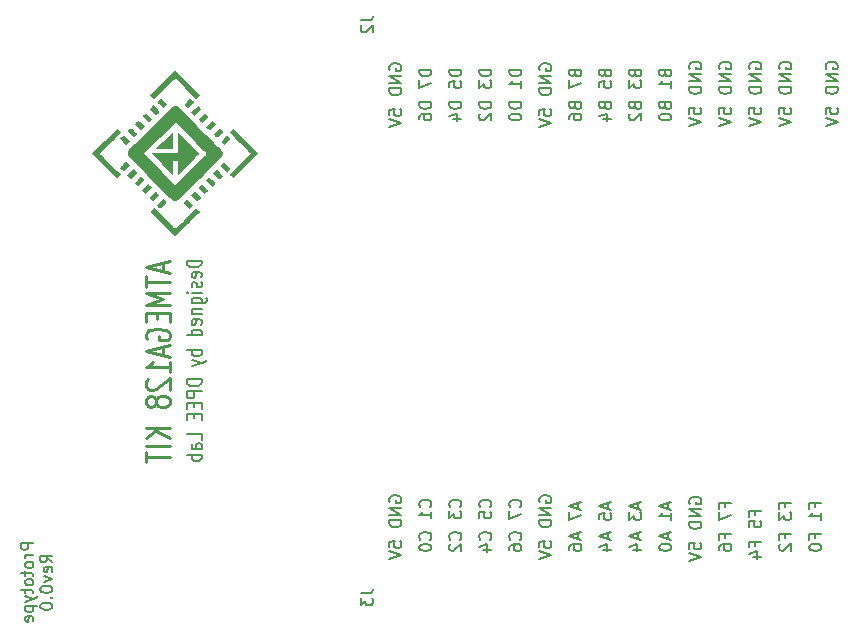
<source format=gbr>
%TF.GenerationSoftware,KiCad,Pcbnew,(6.0.5)*%
%TF.CreationDate,2022-06-14T16:15:44+07:00*%
%TF.ProjectId,atm128,61746d31-3238-42e6-9b69-6361645f7063,0.0*%
%TF.SameCoordinates,Original*%
%TF.FileFunction,Legend,Bot*%
%TF.FilePolarity,Positive*%
%FSLAX46Y46*%
G04 Gerber Fmt 4.6, Leading zero omitted, Abs format (unit mm)*
G04 Created by KiCad (PCBNEW (6.0.5)) date 2022-06-14 16:15:44*
%MOMM*%
%LPD*%
G01*
G04 APERTURE LIST*
%ADD10C,0.152400*%
%ADD11C,0.254000*%
%ADD12C,0.150000*%
G04 APERTURE END LIST*
D10*
X94439619Y-32796238D02*
X93423619Y-32796238D01*
X93423619Y-33038142D01*
X93472000Y-33183285D01*
X93568761Y-33280047D01*
X93665523Y-33328428D01*
X93859047Y-33376809D01*
X94004190Y-33376809D01*
X94197714Y-33328428D01*
X94294476Y-33280047D01*
X94391238Y-33183285D01*
X94439619Y-33038142D01*
X94439619Y-32796238D01*
X93423619Y-33715476D02*
X93423619Y-34344428D01*
X93810666Y-34005761D01*
X93810666Y-34150904D01*
X93859047Y-34247666D01*
X93907428Y-34296047D01*
X94004190Y-34344428D01*
X94246095Y-34344428D01*
X94342857Y-34296047D01*
X94391238Y-34247666D01*
X94439619Y-34150904D01*
X94439619Y-33860619D01*
X94391238Y-33763857D01*
X94342857Y-33715476D01*
X94439619Y-35553952D02*
X93423619Y-35553952D01*
X93423619Y-35795857D01*
X93472000Y-35941000D01*
X93568761Y-36037761D01*
X93665523Y-36086142D01*
X93859047Y-36134523D01*
X94004190Y-36134523D01*
X94197714Y-36086142D01*
X94294476Y-36037761D01*
X94391238Y-35941000D01*
X94439619Y-35795857D01*
X94439619Y-35553952D01*
X93520380Y-36521571D02*
X93472000Y-36569952D01*
X93423619Y-36666714D01*
X93423619Y-36908619D01*
X93472000Y-37005380D01*
X93520380Y-37053761D01*
X93617142Y-37102142D01*
X93713904Y-37102142D01*
X93859047Y-37053761D01*
X94439619Y-36473190D01*
X94439619Y-37102142D01*
X89359619Y-32796238D02*
X88343619Y-32796238D01*
X88343619Y-33038142D01*
X88392000Y-33183285D01*
X88488761Y-33280047D01*
X88585523Y-33328428D01*
X88779047Y-33376809D01*
X88924190Y-33376809D01*
X89117714Y-33328428D01*
X89214476Y-33280047D01*
X89311238Y-33183285D01*
X89359619Y-33038142D01*
X89359619Y-32796238D01*
X88343619Y-33715476D02*
X88343619Y-34392809D01*
X89359619Y-33957380D01*
X89359619Y-35553952D02*
X88343619Y-35553952D01*
X88343619Y-35795857D01*
X88392000Y-35941000D01*
X88488761Y-36037761D01*
X88585523Y-36086142D01*
X88779047Y-36134523D01*
X88924190Y-36134523D01*
X89117714Y-36086142D01*
X89214476Y-36037761D01*
X89311238Y-35941000D01*
X89359619Y-35795857D01*
X89359619Y-35553952D01*
X88343619Y-37005380D02*
X88343619Y-36811857D01*
X88392000Y-36715095D01*
X88440380Y-36666714D01*
X88585523Y-36569952D01*
X88779047Y-36521571D01*
X89166095Y-36521571D01*
X89262857Y-36569952D01*
X89311238Y-36618333D01*
X89359619Y-36715095D01*
X89359619Y-36908619D01*
X89311238Y-37005380D01*
X89262857Y-37053761D01*
X89166095Y-37102142D01*
X88924190Y-37102142D01*
X88827428Y-37053761D01*
X88779047Y-37005380D01*
X88730666Y-36908619D01*
X88730666Y-36715095D01*
X88779047Y-36618333D01*
X88827428Y-36569952D01*
X88924190Y-36521571D01*
X111252000Y-69547619D02*
X111203619Y-69450857D01*
X111203619Y-69305714D01*
X111252000Y-69160571D01*
X111348761Y-69063809D01*
X111445523Y-69015428D01*
X111639047Y-68967047D01*
X111784190Y-68967047D01*
X111977714Y-69015428D01*
X112074476Y-69063809D01*
X112171238Y-69160571D01*
X112219619Y-69305714D01*
X112219619Y-69402476D01*
X112171238Y-69547619D01*
X112122857Y-69596000D01*
X111784190Y-69596000D01*
X111784190Y-69402476D01*
X112219619Y-70031428D02*
X111203619Y-70031428D01*
X112219619Y-70612000D01*
X111203619Y-70612000D01*
X112219619Y-71095809D02*
X111203619Y-71095809D01*
X111203619Y-71337714D01*
X111252000Y-71482857D01*
X111348761Y-71579619D01*
X111445523Y-71628000D01*
X111639047Y-71676380D01*
X111784190Y-71676380D01*
X111977714Y-71628000D01*
X112074476Y-71579619D01*
X112171238Y-71482857D01*
X112219619Y-71337714D01*
X112219619Y-71095809D01*
X111203619Y-73369714D02*
X111203619Y-72885904D01*
X111687428Y-72837523D01*
X111639047Y-72885904D01*
X111590666Y-72982666D01*
X111590666Y-73224571D01*
X111639047Y-73321333D01*
X111687428Y-73369714D01*
X111784190Y-73418095D01*
X112026095Y-73418095D01*
X112122857Y-73369714D01*
X112171238Y-73321333D01*
X112219619Y-73224571D01*
X112219619Y-72982666D01*
X112171238Y-72885904D01*
X112122857Y-72837523D01*
X111203619Y-73708380D02*
X112219619Y-74047047D01*
X111203619Y-74385714D01*
X116332000Y-32717619D02*
X116283619Y-32620857D01*
X116283619Y-32475714D01*
X116332000Y-32330571D01*
X116428761Y-32233809D01*
X116525523Y-32185428D01*
X116719047Y-32137047D01*
X116864190Y-32137047D01*
X117057714Y-32185428D01*
X117154476Y-32233809D01*
X117251238Y-32330571D01*
X117299619Y-32475714D01*
X117299619Y-32572476D01*
X117251238Y-32717619D01*
X117202857Y-32766000D01*
X116864190Y-32766000D01*
X116864190Y-32572476D01*
X117299619Y-33201428D02*
X116283619Y-33201428D01*
X117299619Y-33782000D01*
X116283619Y-33782000D01*
X117299619Y-34265809D02*
X116283619Y-34265809D01*
X116283619Y-34507714D01*
X116332000Y-34652857D01*
X116428761Y-34749619D01*
X116525523Y-34798000D01*
X116719047Y-34846380D01*
X116864190Y-34846380D01*
X117057714Y-34798000D01*
X117154476Y-34749619D01*
X117251238Y-34652857D01*
X117299619Y-34507714D01*
X117299619Y-34265809D01*
X116283619Y-36539714D02*
X116283619Y-36055904D01*
X116767428Y-36007523D01*
X116719047Y-36055904D01*
X116670666Y-36152666D01*
X116670666Y-36394571D01*
X116719047Y-36491333D01*
X116767428Y-36539714D01*
X116864190Y-36588095D01*
X117106095Y-36588095D01*
X117202857Y-36539714D01*
X117251238Y-36491333D01*
X117299619Y-36394571D01*
X117299619Y-36152666D01*
X117251238Y-36055904D01*
X117202857Y-36007523D01*
X116283619Y-36878380D02*
X117299619Y-37217047D01*
X116283619Y-37555714D01*
X104067428Y-33134904D02*
X104115809Y-33280047D01*
X104164190Y-33328428D01*
X104260952Y-33376809D01*
X104406095Y-33376809D01*
X104502857Y-33328428D01*
X104551238Y-33280047D01*
X104599619Y-33183285D01*
X104599619Y-32796238D01*
X103583619Y-32796238D01*
X103583619Y-33134904D01*
X103632000Y-33231666D01*
X103680380Y-33280047D01*
X103777142Y-33328428D01*
X103873904Y-33328428D01*
X103970666Y-33280047D01*
X104019047Y-33231666D01*
X104067428Y-33134904D01*
X104067428Y-32796238D01*
X103583619Y-34296047D02*
X103583619Y-33812238D01*
X104067428Y-33763857D01*
X104019047Y-33812238D01*
X103970666Y-33909000D01*
X103970666Y-34150904D01*
X104019047Y-34247666D01*
X104067428Y-34296047D01*
X104164190Y-34344428D01*
X104406095Y-34344428D01*
X104502857Y-34296047D01*
X104551238Y-34247666D01*
X104599619Y-34150904D01*
X104599619Y-33909000D01*
X104551238Y-33812238D01*
X104502857Y-33763857D01*
X104067428Y-35892619D02*
X104115809Y-36037761D01*
X104164190Y-36086142D01*
X104260952Y-36134523D01*
X104406095Y-36134523D01*
X104502857Y-36086142D01*
X104551238Y-36037761D01*
X104599619Y-35941000D01*
X104599619Y-35553952D01*
X103583619Y-35553952D01*
X103583619Y-35892619D01*
X103632000Y-35989380D01*
X103680380Y-36037761D01*
X103777142Y-36086142D01*
X103873904Y-36086142D01*
X103970666Y-36037761D01*
X104019047Y-35989380D01*
X104067428Y-35892619D01*
X104067428Y-35553952D01*
X103922285Y-37005380D02*
X104599619Y-37005380D01*
X103535238Y-36763476D02*
X104260952Y-36521571D01*
X104260952Y-37150523D01*
D11*
X66632666Y-49149000D02*
X66632666Y-49874714D01*
X67213238Y-49003857D02*
X65181238Y-49511857D01*
X67213238Y-50019857D01*
X65181238Y-50310142D02*
X65181238Y-51181000D01*
X67213238Y-50745571D02*
X65181238Y-50745571D01*
X67213238Y-51689000D02*
X65181238Y-51689000D01*
X66632666Y-52197000D01*
X65181238Y-52705000D01*
X67213238Y-52705000D01*
X66148857Y-53430714D02*
X66148857Y-53938714D01*
X67213238Y-54156428D02*
X67213238Y-53430714D01*
X65181238Y-53430714D01*
X65181238Y-54156428D01*
X65278000Y-55607857D02*
X65181238Y-55462714D01*
X65181238Y-55245000D01*
X65278000Y-55027285D01*
X65471523Y-54882142D01*
X65665047Y-54809571D01*
X66052095Y-54737000D01*
X66342380Y-54737000D01*
X66729428Y-54809571D01*
X66922952Y-54882142D01*
X67116476Y-55027285D01*
X67213238Y-55245000D01*
X67213238Y-55390142D01*
X67116476Y-55607857D01*
X67019714Y-55680428D01*
X66342380Y-55680428D01*
X66342380Y-55390142D01*
X66632666Y-56261000D02*
X66632666Y-56986714D01*
X67213238Y-56115857D02*
X65181238Y-56623857D01*
X67213238Y-57131857D01*
X67213238Y-58438142D02*
X67213238Y-57567285D01*
X67213238Y-58002714D02*
X65181238Y-58002714D01*
X65471523Y-57857571D01*
X65665047Y-57712428D01*
X65761809Y-57567285D01*
X65374761Y-59018714D02*
X65278000Y-59091285D01*
X65181238Y-59236428D01*
X65181238Y-59599285D01*
X65278000Y-59744428D01*
X65374761Y-59817000D01*
X65568285Y-59889571D01*
X65761809Y-59889571D01*
X66052095Y-59817000D01*
X67213238Y-58946142D01*
X67213238Y-59889571D01*
X66052095Y-60760428D02*
X65955333Y-60615285D01*
X65858571Y-60542714D01*
X65665047Y-60470142D01*
X65568285Y-60470142D01*
X65374761Y-60542714D01*
X65278000Y-60615285D01*
X65181238Y-60760428D01*
X65181238Y-61050714D01*
X65278000Y-61195857D01*
X65374761Y-61268428D01*
X65568285Y-61341000D01*
X65665047Y-61341000D01*
X65858571Y-61268428D01*
X65955333Y-61195857D01*
X66052095Y-61050714D01*
X66052095Y-60760428D01*
X66148857Y-60615285D01*
X66245619Y-60542714D01*
X66439142Y-60470142D01*
X66826190Y-60470142D01*
X67019714Y-60542714D01*
X67116476Y-60615285D01*
X67213238Y-60760428D01*
X67213238Y-61050714D01*
X67116476Y-61195857D01*
X67019714Y-61268428D01*
X66826190Y-61341000D01*
X66439142Y-61341000D01*
X66245619Y-61268428D01*
X66148857Y-61195857D01*
X66052095Y-61050714D01*
X67213238Y-63155285D02*
X65181238Y-63155285D01*
X67213238Y-64026142D02*
X66052095Y-63373000D01*
X65181238Y-64026142D02*
X66342380Y-63155285D01*
X67213238Y-64679285D02*
X65181238Y-64679285D01*
X65181238Y-65187285D02*
X65181238Y-66058142D01*
X67213238Y-65622714D02*
X65181238Y-65622714D01*
D10*
X96979619Y-32796238D02*
X95963619Y-32796238D01*
X95963619Y-33038142D01*
X96012000Y-33183285D01*
X96108761Y-33280047D01*
X96205523Y-33328428D01*
X96399047Y-33376809D01*
X96544190Y-33376809D01*
X96737714Y-33328428D01*
X96834476Y-33280047D01*
X96931238Y-33183285D01*
X96979619Y-33038142D01*
X96979619Y-32796238D01*
X96979619Y-34344428D02*
X96979619Y-33763857D01*
X96979619Y-34054142D02*
X95963619Y-34054142D01*
X96108761Y-33957380D01*
X96205523Y-33860619D01*
X96253904Y-33763857D01*
X96979619Y-35553952D02*
X95963619Y-35553952D01*
X95963619Y-35795857D01*
X96012000Y-35941000D01*
X96108761Y-36037761D01*
X96205523Y-36086142D01*
X96399047Y-36134523D01*
X96544190Y-36134523D01*
X96737714Y-36086142D01*
X96834476Y-36037761D01*
X96931238Y-35941000D01*
X96979619Y-35795857D01*
X96979619Y-35553952D01*
X95963619Y-36763476D02*
X95963619Y-36860238D01*
X96012000Y-36957000D01*
X96060380Y-37005380D01*
X96157142Y-37053761D01*
X96350666Y-37102142D01*
X96592571Y-37102142D01*
X96786095Y-37053761D01*
X96882857Y-37005380D01*
X96931238Y-36957000D01*
X96979619Y-36860238D01*
X96979619Y-36763476D01*
X96931238Y-36666714D01*
X96882857Y-36618333D01*
X96786095Y-36569952D01*
X96592571Y-36521571D01*
X96350666Y-36521571D01*
X96157142Y-36569952D01*
X96060380Y-36618333D01*
X96012000Y-36666714D01*
X95963619Y-36763476D01*
X98552000Y-32844619D02*
X98503619Y-32747857D01*
X98503619Y-32602714D01*
X98552000Y-32457571D01*
X98648761Y-32360809D01*
X98745523Y-32312428D01*
X98939047Y-32264047D01*
X99084190Y-32264047D01*
X99277714Y-32312428D01*
X99374476Y-32360809D01*
X99471238Y-32457571D01*
X99519619Y-32602714D01*
X99519619Y-32699476D01*
X99471238Y-32844619D01*
X99422857Y-32893000D01*
X99084190Y-32893000D01*
X99084190Y-32699476D01*
X99519619Y-33328428D02*
X98503619Y-33328428D01*
X99519619Y-33909000D01*
X98503619Y-33909000D01*
X99519619Y-34392809D02*
X98503619Y-34392809D01*
X98503619Y-34634714D01*
X98552000Y-34779857D01*
X98648761Y-34876619D01*
X98745523Y-34925000D01*
X98939047Y-34973380D01*
X99084190Y-34973380D01*
X99277714Y-34925000D01*
X99374476Y-34876619D01*
X99471238Y-34779857D01*
X99519619Y-34634714D01*
X99519619Y-34392809D01*
X98503619Y-36666714D02*
X98503619Y-36182904D01*
X98987428Y-36134523D01*
X98939047Y-36182904D01*
X98890666Y-36279666D01*
X98890666Y-36521571D01*
X98939047Y-36618333D01*
X98987428Y-36666714D01*
X99084190Y-36715095D01*
X99326095Y-36715095D01*
X99422857Y-36666714D01*
X99471238Y-36618333D01*
X99519619Y-36521571D01*
X99519619Y-36279666D01*
X99471238Y-36182904D01*
X99422857Y-36134523D01*
X98503619Y-37005380D02*
X99519619Y-37344047D01*
X98503619Y-37682714D01*
X122809000Y-32717619D02*
X122760619Y-32620857D01*
X122760619Y-32475714D01*
X122809000Y-32330571D01*
X122905761Y-32233809D01*
X123002523Y-32185428D01*
X123196047Y-32137047D01*
X123341190Y-32137047D01*
X123534714Y-32185428D01*
X123631476Y-32233809D01*
X123728238Y-32330571D01*
X123776619Y-32475714D01*
X123776619Y-32572476D01*
X123728238Y-32717619D01*
X123679857Y-32766000D01*
X123341190Y-32766000D01*
X123341190Y-32572476D01*
X123776619Y-33201428D02*
X122760619Y-33201428D01*
X123776619Y-33782000D01*
X122760619Y-33782000D01*
X123776619Y-34265809D02*
X122760619Y-34265809D01*
X122760619Y-34507714D01*
X122809000Y-34652857D01*
X122905761Y-34749619D01*
X123002523Y-34798000D01*
X123196047Y-34846380D01*
X123341190Y-34846380D01*
X123534714Y-34798000D01*
X123631476Y-34749619D01*
X123728238Y-34652857D01*
X123776619Y-34507714D01*
X123776619Y-34265809D01*
X122760619Y-36539714D02*
X122760619Y-36055904D01*
X123244428Y-36007523D01*
X123196047Y-36055904D01*
X123147666Y-36152666D01*
X123147666Y-36394571D01*
X123196047Y-36491333D01*
X123244428Y-36539714D01*
X123341190Y-36588095D01*
X123583095Y-36588095D01*
X123679857Y-36539714D01*
X123728238Y-36491333D01*
X123776619Y-36394571D01*
X123776619Y-36152666D01*
X123728238Y-36055904D01*
X123679857Y-36007523D01*
X122760619Y-36878380D02*
X123776619Y-37217047D01*
X122760619Y-37555714D01*
D12*
X83399380Y-28622666D02*
X84113666Y-28622666D01*
X84256523Y-28575047D01*
X84351761Y-28479809D01*
X84399380Y-28336952D01*
X84399380Y-28241714D01*
X83494619Y-29051238D02*
X83447000Y-29098857D01*
X83399380Y-29194095D01*
X83399380Y-29432190D01*
X83447000Y-29527428D01*
X83494619Y-29575047D01*
X83589857Y-29622666D01*
X83685095Y-29622666D01*
X83827952Y-29575047D01*
X84399380Y-29003619D01*
X84399380Y-29622666D01*
D10*
X111252000Y-32717619D02*
X111203619Y-32620857D01*
X111203619Y-32475714D01*
X111252000Y-32330571D01*
X111348761Y-32233809D01*
X111445523Y-32185428D01*
X111639047Y-32137047D01*
X111784190Y-32137047D01*
X111977714Y-32185428D01*
X112074476Y-32233809D01*
X112171238Y-32330571D01*
X112219619Y-32475714D01*
X112219619Y-32572476D01*
X112171238Y-32717619D01*
X112122857Y-32766000D01*
X111784190Y-32766000D01*
X111784190Y-32572476D01*
X112219619Y-33201428D02*
X111203619Y-33201428D01*
X112219619Y-33782000D01*
X111203619Y-33782000D01*
X112219619Y-34265809D02*
X111203619Y-34265809D01*
X111203619Y-34507714D01*
X111252000Y-34652857D01*
X111348761Y-34749619D01*
X111445523Y-34798000D01*
X111639047Y-34846380D01*
X111784190Y-34846380D01*
X111977714Y-34798000D01*
X112074476Y-34749619D01*
X112171238Y-34652857D01*
X112219619Y-34507714D01*
X112219619Y-34265809D01*
X111203619Y-36539714D02*
X111203619Y-36055904D01*
X111687428Y-36007523D01*
X111639047Y-36055904D01*
X111590666Y-36152666D01*
X111590666Y-36394571D01*
X111639047Y-36491333D01*
X111687428Y-36539714D01*
X111784190Y-36588095D01*
X112026095Y-36588095D01*
X112122857Y-36539714D01*
X112171238Y-36491333D01*
X112219619Y-36394571D01*
X112219619Y-36152666D01*
X112171238Y-36055904D01*
X112122857Y-36007523D01*
X111203619Y-36878380D02*
X112219619Y-37217047D01*
X111203619Y-37555714D01*
X101527428Y-33134904D02*
X101575809Y-33280047D01*
X101624190Y-33328428D01*
X101720952Y-33376809D01*
X101866095Y-33376809D01*
X101962857Y-33328428D01*
X102011238Y-33280047D01*
X102059619Y-33183285D01*
X102059619Y-32796238D01*
X101043619Y-32796238D01*
X101043619Y-33134904D01*
X101092000Y-33231666D01*
X101140380Y-33280047D01*
X101237142Y-33328428D01*
X101333904Y-33328428D01*
X101430666Y-33280047D01*
X101479047Y-33231666D01*
X101527428Y-33134904D01*
X101527428Y-32796238D01*
X101043619Y-33715476D02*
X101043619Y-34392809D01*
X102059619Y-33957380D01*
X101527428Y-35892619D02*
X101575809Y-36037761D01*
X101624190Y-36086142D01*
X101720952Y-36134523D01*
X101866095Y-36134523D01*
X101962857Y-36086142D01*
X102011238Y-36037761D01*
X102059619Y-35941000D01*
X102059619Y-35553952D01*
X101043619Y-35553952D01*
X101043619Y-35892619D01*
X101092000Y-35989380D01*
X101140380Y-36037761D01*
X101237142Y-36086142D01*
X101333904Y-36086142D01*
X101430666Y-36037761D01*
X101479047Y-35989380D01*
X101527428Y-35892619D01*
X101527428Y-35553952D01*
X101043619Y-37005380D02*
X101043619Y-36811857D01*
X101092000Y-36715095D01*
X101140380Y-36666714D01*
X101285523Y-36569952D01*
X101479047Y-36521571D01*
X101866095Y-36521571D01*
X101962857Y-36569952D01*
X102011238Y-36618333D01*
X102059619Y-36715095D01*
X102059619Y-36908619D01*
X102011238Y-37005380D01*
X101962857Y-37053761D01*
X101866095Y-37102142D01*
X101624190Y-37102142D01*
X101527428Y-37053761D01*
X101479047Y-37005380D01*
X101430666Y-36908619D01*
X101430666Y-36715095D01*
X101479047Y-36618333D01*
X101527428Y-36569952D01*
X101624190Y-36521571D01*
X85852000Y-69420619D02*
X85803619Y-69323857D01*
X85803619Y-69178714D01*
X85852000Y-69033571D01*
X85948761Y-68936809D01*
X86045523Y-68888428D01*
X86239047Y-68840047D01*
X86384190Y-68840047D01*
X86577714Y-68888428D01*
X86674476Y-68936809D01*
X86771238Y-69033571D01*
X86819619Y-69178714D01*
X86819619Y-69275476D01*
X86771238Y-69420619D01*
X86722857Y-69469000D01*
X86384190Y-69469000D01*
X86384190Y-69275476D01*
X86819619Y-69904428D02*
X85803619Y-69904428D01*
X86819619Y-70485000D01*
X85803619Y-70485000D01*
X86819619Y-70968809D02*
X85803619Y-70968809D01*
X85803619Y-71210714D01*
X85852000Y-71355857D01*
X85948761Y-71452619D01*
X86045523Y-71501000D01*
X86239047Y-71549380D01*
X86384190Y-71549380D01*
X86577714Y-71501000D01*
X86674476Y-71452619D01*
X86771238Y-71355857D01*
X86819619Y-71210714D01*
X86819619Y-70968809D01*
X85803619Y-73242714D02*
X85803619Y-72758904D01*
X86287428Y-72710523D01*
X86239047Y-72758904D01*
X86190666Y-72855666D01*
X86190666Y-73097571D01*
X86239047Y-73194333D01*
X86287428Y-73242714D01*
X86384190Y-73291095D01*
X86626095Y-73291095D01*
X86722857Y-73242714D01*
X86771238Y-73194333D01*
X86819619Y-73097571D01*
X86819619Y-72855666D01*
X86771238Y-72758904D01*
X86722857Y-72710523D01*
X85803619Y-73581380D02*
X86819619Y-73920047D01*
X85803619Y-74258714D01*
X69916523Y-48961523D02*
X68646523Y-48961523D01*
X68646523Y-49203428D01*
X68707000Y-49348571D01*
X68827952Y-49445333D01*
X68948904Y-49493714D01*
X69190809Y-49542095D01*
X69372238Y-49542095D01*
X69614142Y-49493714D01*
X69735095Y-49445333D01*
X69856047Y-49348571D01*
X69916523Y-49203428D01*
X69916523Y-48961523D01*
X69856047Y-50364571D02*
X69916523Y-50267809D01*
X69916523Y-50074285D01*
X69856047Y-49977523D01*
X69735095Y-49929142D01*
X69251285Y-49929142D01*
X69130333Y-49977523D01*
X69069857Y-50074285D01*
X69069857Y-50267809D01*
X69130333Y-50364571D01*
X69251285Y-50412952D01*
X69372238Y-50412952D01*
X69493190Y-49929142D01*
X69856047Y-50800000D02*
X69916523Y-50896761D01*
X69916523Y-51090285D01*
X69856047Y-51187047D01*
X69735095Y-51235428D01*
X69674619Y-51235428D01*
X69553666Y-51187047D01*
X69493190Y-51090285D01*
X69493190Y-50945142D01*
X69432714Y-50848380D01*
X69311761Y-50800000D01*
X69251285Y-50800000D01*
X69130333Y-50848380D01*
X69069857Y-50945142D01*
X69069857Y-51090285D01*
X69130333Y-51187047D01*
X69916523Y-51670857D02*
X69069857Y-51670857D01*
X68646523Y-51670857D02*
X68707000Y-51622476D01*
X68767476Y-51670857D01*
X68707000Y-51719238D01*
X68646523Y-51670857D01*
X68767476Y-51670857D01*
X69069857Y-52590095D02*
X70097952Y-52590095D01*
X70218904Y-52541714D01*
X70279380Y-52493333D01*
X70339857Y-52396571D01*
X70339857Y-52251428D01*
X70279380Y-52154666D01*
X69856047Y-52590095D02*
X69916523Y-52493333D01*
X69916523Y-52299809D01*
X69856047Y-52203047D01*
X69795571Y-52154666D01*
X69674619Y-52106285D01*
X69311761Y-52106285D01*
X69190809Y-52154666D01*
X69130333Y-52203047D01*
X69069857Y-52299809D01*
X69069857Y-52493333D01*
X69130333Y-52590095D01*
X69069857Y-53073904D02*
X69916523Y-53073904D01*
X69190809Y-53073904D02*
X69130333Y-53122285D01*
X69069857Y-53219047D01*
X69069857Y-53364190D01*
X69130333Y-53460952D01*
X69251285Y-53509333D01*
X69916523Y-53509333D01*
X69856047Y-54380190D02*
X69916523Y-54283428D01*
X69916523Y-54089904D01*
X69856047Y-53993142D01*
X69735095Y-53944761D01*
X69251285Y-53944761D01*
X69130333Y-53993142D01*
X69069857Y-54089904D01*
X69069857Y-54283428D01*
X69130333Y-54380190D01*
X69251285Y-54428571D01*
X69372238Y-54428571D01*
X69493190Y-53944761D01*
X69916523Y-55299428D02*
X68646523Y-55299428D01*
X69856047Y-55299428D02*
X69916523Y-55202666D01*
X69916523Y-55009142D01*
X69856047Y-54912380D01*
X69795571Y-54864000D01*
X69674619Y-54815619D01*
X69311761Y-54815619D01*
X69190809Y-54864000D01*
X69130333Y-54912380D01*
X69069857Y-55009142D01*
X69069857Y-55202666D01*
X69130333Y-55299428D01*
X69916523Y-56557333D02*
X68646523Y-56557333D01*
X69130333Y-56557333D02*
X69069857Y-56654095D01*
X69069857Y-56847619D01*
X69130333Y-56944380D01*
X69190809Y-56992761D01*
X69311761Y-57041142D01*
X69674619Y-57041142D01*
X69795571Y-56992761D01*
X69856047Y-56944380D01*
X69916523Y-56847619D01*
X69916523Y-56654095D01*
X69856047Y-56557333D01*
X69069857Y-57379809D02*
X69916523Y-57621714D01*
X69069857Y-57863619D02*
X69916523Y-57621714D01*
X70218904Y-57524952D01*
X70279380Y-57476571D01*
X70339857Y-57379809D01*
X69916523Y-59024761D02*
X68646523Y-59024761D01*
X68646523Y-59266666D01*
X68707000Y-59411809D01*
X68827952Y-59508571D01*
X68948904Y-59556952D01*
X69190809Y-59605333D01*
X69372238Y-59605333D01*
X69614142Y-59556952D01*
X69735095Y-59508571D01*
X69856047Y-59411809D01*
X69916523Y-59266666D01*
X69916523Y-59024761D01*
X69916523Y-60040761D02*
X68646523Y-60040761D01*
X68646523Y-60427809D01*
X68707000Y-60524571D01*
X68767476Y-60572952D01*
X68888428Y-60621333D01*
X69069857Y-60621333D01*
X69190809Y-60572952D01*
X69251285Y-60524571D01*
X69311761Y-60427809D01*
X69311761Y-60040761D01*
X69251285Y-61056761D02*
X69251285Y-61395428D01*
X69916523Y-61540571D02*
X69916523Y-61056761D01*
X68646523Y-61056761D01*
X68646523Y-61540571D01*
X69251285Y-61976000D02*
X69251285Y-62314666D01*
X69916523Y-62459809D02*
X69916523Y-61976000D01*
X68646523Y-61976000D01*
X68646523Y-62459809D01*
X69916523Y-64153142D02*
X69916523Y-63669333D01*
X68646523Y-63669333D01*
X69916523Y-64927238D02*
X69251285Y-64927238D01*
X69130333Y-64878857D01*
X69069857Y-64782095D01*
X69069857Y-64588571D01*
X69130333Y-64491809D01*
X69856047Y-64927238D02*
X69916523Y-64830476D01*
X69916523Y-64588571D01*
X69856047Y-64491809D01*
X69735095Y-64443428D01*
X69614142Y-64443428D01*
X69493190Y-64491809D01*
X69432714Y-64588571D01*
X69432714Y-64830476D01*
X69372238Y-64927238D01*
X69916523Y-65411047D02*
X68646523Y-65411047D01*
X69130333Y-65411047D02*
X69069857Y-65507809D01*
X69069857Y-65701333D01*
X69130333Y-65798095D01*
X69190809Y-65846476D01*
X69311761Y-65894857D01*
X69674619Y-65894857D01*
X69795571Y-65846476D01*
X69856047Y-65798095D01*
X69916523Y-65701333D01*
X69916523Y-65507809D01*
X69856047Y-65411047D01*
X116767428Y-70491047D02*
X116767428Y-70152380D01*
X117299619Y-70152380D02*
X116283619Y-70152380D01*
X116283619Y-70636190D01*
X116283619Y-71507047D02*
X116283619Y-71023238D01*
X116767428Y-70974857D01*
X116719047Y-71023238D01*
X116670666Y-71120000D01*
X116670666Y-71361904D01*
X116719047Y-71458666D01*
X116767428Y-71507047D01*
X116864190Y-71555428D01*
X117106095Y-71555428D01*
X117202857Y-71507047D01*
X117251238Y-71458666D01*
X117299619Y-71361904D01*
X117299619Y-71120000D01*
X117251238Y-71023238D01*
X117202857Y-70974857D01*
X116767428Y-73103619D02*
X116767428Y-72764952D01*
X117299619Y-72764952D02*
X116283619Y-72764952D01*
X116283619Y-73248761D01*
X116622285Y-74071238D02*
X117299619Y-74071238D01*
X116235238Y-73829333D02*
X116960952Y-73587428D01*
X116960952Y-74216380D01*
X96882857Y-69825809D02*
X96931238Y-69777428D01*
X96979619Y-69632285D01*
X96979619Y-69535523D01*
X96931238Y-69390380D01*
X96834476Y-69293619D01*
X96737714Y-69245238D01*
X96544190Y-69196857D01*
X96399047Y-69196857D01*
X96205523Y-69245238D01*
X96108761Y-69293619D01*
X96012000Y-69390380D01*
X95963619Y-69535523D01*
X95963619Y-69632285D01*
X96012000Y-69777428D01*
X96060380Y-69825809D01*
X95963619Y-70164476D02*
X95963619Y-70841809D01*
X96979619Y-70406380D01*
X96882857Y-72583523D02*
X96931238Y-72535142D01*
X96979619Y-72390000D01*
X96979619Y-72293238D01*
X96931238Y-72148095D01*
X96834476Y-72051333D01*
X96737714Y-72002952D01*
X96544190Y-71954571D01*
X96399047Y-71954571D01*
X96205523Y-72002952D01*
X96108761Y-72051333D01*
X96012000Y-72148095D01*
X95963619Y-72293238D01*
X95963619Y-72390000D01*
X96012000Y-72535142D01*
X96060380Y-72583523D01*
X95963619Y-73454380D02*
X95963619Y-73260857D01*
X96012000Y-73164095D01*
X96060380Y-73115714D01*
X96205523Y-73018952D01*
X96399047Y-72970571D01*
X96786095Y-72970571D01*
X96882857Y-73018952D01*
X96931238Y-73067333D01*
X96979619Y-73164095D01*
X96979619Y-73357619D01*
X96931238Y-73454380D01*
X96882857Y-73502761D01*
X96786095Y-73551142D01*
X96544190Y-73551142D01*
X96447428Y-73502761D01*
X96399047Y-73454380D01*
X96350666Y-73357619D01*
X96350666Y-73164095D01*
X96399047Y-73067333D01*
X96447428Y-73018952D01*
X96544190Y-72970571D01*
X121847428Y-69856047D02*
X121847428Y-69517380D01*
X122379619Y-69517380D02*
X121363619Y-69517380D01*
X121363619Y-70001190D01*
X122379619Y-70920428D02*
X122379619Y-70339857D01*
X122379619Y-70630142D02*
X121363619Y-70630142D01*
X121508761Y-70533380D01*
X121605523Y-70436619D01*
X121653904Y-70339857D01*
X121847428Y-72468619D02*
X121847428Y-72129952D01*
X122379619Y-72129952D02*
X121363619Y-72129952D01*
X121363619Y-72613761D01*
X121363619Y-73194333D02*
X121363619Y-73291095D01*
X121412000Y-73387857D01*
X121460380Y-73436238D01*
X121557142Y-73484619D01*
X121750666Y-73533000D01*
X121992571Y-73533000D01*
X122186095Y-73484619D01*
X122282857Y-73436238D01*
X122331238Y-73387857D01*
X122379619Y-73291095D01*
X122379619Y-73194333D01*
X122331238Y-73097571D01*
X122282857Y-73049190D01*
X122186095Y-73000809D01*
X121992571Y-72952428D01*
X121750666Y-72952428D01*
X121557142Y-73000809D01*
X121460380Y-73049190D01*
X121412000Y-73097571D01*
X121363619Y-73194333D01*
X106607428Y-33134904D02*
X106655809Y-33280047D01*
X106704190Y-33328428D01*
X106800952Y-33376809D01*
X106946095Y-33376809D01*
X107042857Y-33328428D01*
X107091238Y-33280047D01*
X107139619Y-33183285D01*
X107139619Y-32796238D01*
X106123619Y-32796238D01*
X106123619Y-33134904D01*
X106172000Y-33231666D01*
X106220380Y-33280047D01*
X106317142Y-33328428D01*
X106413904Y-33328428D01*
X106510666Y-33280047D01*
X106559047Y-33231666D01*
X106607428Y-33134904D01*
X106607428Y-32796238D01*
X106123619Y-33715476D02*
X106123619Y-34344428D01*
X106510666Y-34005761D01*
X106510666Y-34150904D01*
X106559047Y-34247666D01*
X106607428Y-34296047D01*
X106704190Y-34344428D01*
X106946095Y-34344428D01*
X107042857Y-34296047D01*
X107091238Y-34247666D01*
X107139619Y-34150904D01*
X107139619Y-33860619D01*
X107091238Y-33763857D01*
X107042857Y-33715476D01*
X106607428Y-35892619D02*
X106655809Y-36037761D01*
X106704190Y-36086142D01*
X106800952Y-36134523D01*
X106946095Y-36134523D01*
X107042857Y-36086142D01*
X107091238Y-36037761D01*
X107139619Y-35941000D01*
X107139619Y-35553952D01*
X106123619Y-35553952D01*
X106123619Y-35892619D01*
X106172000Y-35989380D01*
X106220380Y-36037761D01*
X106317142Y-36086142D01*
X106413904Y-36086142D01*
X106510666Y-36037761D01*
X106559047Y-35989380D01*
X106607428Y-35892619D01*
X106607428Y-35553952D01*
X106220380Y-36521571D02*
X106172000Y-36569952D01*
X106123619Y-36666714D01*
X106123619Y-36908619D01*
X106172000Y-37005380D01*
X106220380Y-37053761D01*
X106317142Y-37102142D01*
X106413904Y-37102142D01*
X106559047Y-37053761D01*
X107139619Y-36473190D01*
X107139619Y-37102142D01*
D12*
X55654380Y-72890476D02*
X54654380Y-72890476D01*
X54654380Y-73271428D01*
X54702000Y-73366666D01*
X54749619Y-73414285D01*
X54844857Y-73461904D01*
X54987714Y-73461904D01*
X55082952Y-73414285D01*
X55130571Y-73366666D01*
X55178190Y-73271428D01*
X55178190Y-72890476D01*
X55654380Y-73890476D02*
X54987714Y-73890476D01*
X55178190Y-73890476D02*
X55082952Y-73938095D01*
X55035333Y-73985714D01*
X54987714Y-74080952D01*
X54987714Y-74176190D01*
X55654380Y-74652380D02*
X55606761Y-74557142D01*
X55559142Y-74509523D01*
X55463904Y-74461904D01*
X55178190Y-74461904D01*
X55082952Y-74509523D01*
X55035333Y-74557142D01*
X54987714Y-74652380D01*
X54987714Y-74795238D01*
X55035333Y-74890476D01*
X55082952Y-74938095D01*
X55178190Y-74985714D01*
X55463904Y-74985714D01*
X55559142Y-74938095D01*
X55606761Y-74890476D01*
X55654380Y-74795238D01*
X55654380Y-74652380D01*
X54987714Y-75271428D02*
X54987714Y-75652380D01*
X54654380Y-75414285D02*
X55511523Y-75414285D01*
X55606761Y-75461904D01*
X55654380Y-75557142D01*
X55654380Y-75652380D01*
X55654380Y-76128571D02*
X55606761Y-76033333D01*
X55559142Y-75985714D01*
X55463904Y-75938095D01*
X55178190Y-75938095D01*
X55082952Y-75985714D01*
X55035333Y-76033333D01*
X54987714Y-76128571D01*
X54987714Y-76271428D01*
X55035333Y-76366666D01*
X55082952Y-76414285D01*
X55178190Y-76461904D01*
X55463904Y-76461904D01*
X55559142Y-76414285D01*
X55606761Y-76366666D01*
X55654380Y-76271428D01*
X55654380Y-76128571D01*
X54987714Y-76747619D02*
X54987714Y-77128571D01*
X54654380Y-76890476D02*
X55511523Y-76890476D01*
X55606761Y-76938095D01*
X55654380Y-77033333D01*
X55654380Y-77128571D01*
X54987714Y-77366666D02*
X55654380Y-77604761D01*
X54987714Y-77842857D02*
X55654380Y-77604761D01*
X55892476Y-77509523D01*
X55940095Y-77461904D01*
X55987714Y-77366666D01*
X54987714Y-78223809D02*
X55987714Y-78223809D01*
X55035333Y-78223809D02*
X54987714Y-78319047D01*
X54987714Y-78509523D01*
X55035333Y-78604761D01*
X55082952Y-78652380D01*
X55178190Y-78700000D01*
X55463904Y-78700000D01*
X55559142Y-78652380D01*
X55606761Y-78604761D01*
X55654380Y-78509523D01*
X55654380Y-78319047D01*
X55606761Y-78223809D01*
X55606761Y-79509523D02*
X55654380Y-79414285D01*
X55654380Y-79223809D01*
X55606761Y-79128571D01*
X55511523Y-79080952D01*
X55130571Y-79080952D01*
X55035333Y-79128571D01*
X54987714Y-79223809D01*
X54987714Y-79414285D01*
X55035333Y-79509523D01*
X55130571Y-79557142D01*
X55225809Y-79557142D01*
X55321047Y-79080952D01*
X57264380Y-74509523D02*
X56788190Y-74176190D01*
X57264380Y-73938095D02*
X56264380Y-73938095D01*
X56264380Y-74319047D01*
X56312000Y-74414285D01*
X56359619Y-74461904D01*
X56454857Y-74509523D01*
X56597714Y-74509523D01*
X56692952Y-74461904D01*
X56740571Y-74414285D01*
X56788190Y-74319047D01*
X56788190Y-73938095D01*
X57216761Y-75319047D02*
X57264380Y-75223809D01*
X57264380Y-75033333D01*
X57216761Y-74938095D01*
X57121523Y-74890476D01*
X56740571Y-74890476D01*
X56645333Y-74938095D01*
X56597714Y-75033333D01*
X56597714Y-75223809D01*
X56645333Y-75319047D01*
X56740571Y-75366666D01*
X56835809Y-75366666D01*
X56931047Y-74890476D01*
X56597714Y-75700000D02*
X57264380Y-75938095D01*
X56597714Y-76176190D01*
X56264380Y-76747619D02*
X56264380Y-76842857D01*
X56312000Y-76938095D01*
X56359619Y-76985714D01*
X56454857Y-77033333D01*
X56645333Y-77080952D01*
X56883428Y-77080952D01*
X57073904Y-77033333D01*
X57169142Y-76985714D01*
X57216761Y-76938095D01*
X57264380Y-76842857D01*
X57264380Y-76747619D01*
X57216761Y-76652380D01*
X57169142Y-76604761D01*
X57073904Y-76557142D01*
X56883428Y-76509523D01*
X56645333Y-76509523D01*
X56454857Y-76557142D01*
X56359619Y-76604761D01*
X56312000Y-76652380D01*
X56264380Y-76747619D01*
X57169142Y-77509523D02*
X57216761Y-77557142D01*
X57264380Y-77509523D01*
X57216761Y-77461904D01*
X57169142Y-77509523D01*
X57264380Y-77509523D01*
X56264380Y-78176190D02*
X56264380Y-78271428D01*
X56312000Y-78366666D01*
X56359619Y-78414285D01*
X56454857Y-78461904D01*
X56645333Y-78509523D01*
X56883428Y-78509523D01*
X57073904Y-78461904D01*
X57169142Y-78414285D01*
X57216761Y-78366666D01*
X57264380Y-78271428D01*
X57264380Y-78176190D01*
X57216761Y-78080952D01*
X57169142Y-78033333D01*
X57073904Y-77985714D01*
X56883428Y-77938095D01*
X56645333Y-77938095D01*
X56454857Y-77985714D01*
X56359619Y-78033333D01*
X56312000Y-78080952D01*
X56264380Y-78176190D01*
D10*
X106849333Y-69469000D02*
X106849333Y-69952809D01*
X107139619Y-69372238D02*
X106123619Y-69710904D01*
X107139619Y-70049571D01*
X106123619Y-70291476D02*
X106123619Y-70920428D01*
X106510666Y-70581761D01*
X106510666Y-70726904D01*
X106559047Y-70823666D01*
X106607428Y-70872047D01*
X106704190Y-70920428D01*
X106946095Y-70920428D01*
X107042857Y-70872047D01*
X107091238Y-70823666D01*
X107139619Y-70726904D01*
X107139619Y-70436619D01*
X107091238Y-70339857D01*
X107042857Y-70291476D01*
X106849333Y-72081571D02*
X106849333Y-72565380D01*
X107139619Y-71984809D02*
X106123619Y-72323476D01*
X107139619Y-72662142D01*
X106462285Y-73436238D02*
X107139619Y-73436238D01*
X106075238Y-73194333D02*
X106800952Y-72952428D01*
X106800952Y-73581380D01*
X101769333Y-69469000D02*
X101769333Y-69952809D01*
X102059619Y-69372238D02*
X101043619Y-69710904D01*
X102059619Y-70049571D01*
X101043619Y-70291476D02*
X101043619Y-70968809D01*
X102059619Y-70533380D01*
X101769333Y-72081571D02*
X101769333Y-72565380D01*
X102059619Y-71984809D02*
X101043619Y-72323476D01*
X102059619Y-72662142D01*
X101043619Y-73436238D02*
X101043619Y-73242714D01*
X101092000Y-73145952D01*
X101140380Y-73097571D01*
X101285523Y-73000809D01*
X101479047Y-72952428D01*
X101866095Y-72952428D01*
X101962857Y-73000809D01*
X102011238Y-73049190D01*
X102059619Y-73145952D01*
X102059619Y-73339476D01*
X102011238Y-73436238D01*
X101962857Y-73484619D01*
X101866095Y-73533000D01*
X101624190Y-73533000D01*
X101527428Y-73484619D01*
X101479047Y-73436238D01*
X101430666Y-73339476D01*
X101430666Y-73145952D01*
X101479047Y-73049190D01*
X101527428Y-73000809D01*
X101624190Y-72952428D01*
X91899619Y-32796238D02*
X90883619Y-32796238D01*
X90883619Y-33038142D01*
X90932000Y-33183285D01*
X91028761Y-33280047D01*
X91125523Y-33328428D01*
X91319047Y-33376809D01*
X91464190Y-33376809D01*
X91657714Y-33328428D01*
X91754476Y-33280047D01*
X91851238Y-33183285D01*
X91899619Y-33038142D01*
X91899619Y-32796238D01*
X90883619Y-34296047D02*
X90883619Y-33812238D01*
X91367428Y-33763857D01*
X91319047Y-33812238D01*
X91270666Y-33909000D01*
X91270666Y-34150904D01*
X91319047Y-34247666D01*
X91367428Y-34296047D01*
X91464190Y-34344428D01*
X91706095Y-34344428D01*
X91802857Y-34296047D01*
X91851238Y-34247666D01*
X91899619Y-34150904D01*
X91899619Y-33909000D01*
X91851238Y-33812238D01*
X91802857Y-33763857D01*
X91899619Y-35553952D02*
X90883619Y-35553952D01*
X90883619Y-35795857D01*
X90932000Y-35941000D01*
X91028761Y-36037761D01*
X91125523Y-36086142D01*
X91319047Y-36134523D01*
X91464190Y-36134523D01*
X91657714Y-36086142D01*
X91754476Y-36037761D01*
X91851238Y-35941000D01*
X91899619Y-35795857D01*
X91899619Y-35553952D01*
X91222285Y-37005380D02*
X91899619Y-37005380D01*
X90835238Y-36763476D02*
X91560952Y-36521571D01*
X91560952Y-37150523D01*
X109389333Y-69469000D02*
X109389333Y-69952809D01*
X109679619Y-69372238D02*
X108663619Y-69710904D01*
X109679619Y-70049571D01*
X109679619Y-70920428D02*
X109679619Y-70339857D01*
X109679619Y-70630142D02*
X108663619Y-70630142D01*
X108808761Y-70533380D01*
X108905523Y-70436619D01*
X108953904Y-70339857D01*
X109389333Y-72081571D02*
X109389333Y-72565380D01*
X109679619Y-71984809D02*
X108663619Y-72323476D01*
X109679619Y-72662142D01*
X108663619Y-73194333D02*
X108663619Y-73291095D01*
X108712000Y-73387857D01*
X108760380Y-73436238D01*
X108857142Y-73484619D01*
X109050666Y-73533000D01*
X109292571Y-73533000D01*
X109486095Y-73484619D01*
X109582857Y-73436238D01*
X109631238Y-73387857D01*
X109679619Y-73291095D01*
X109679619Y-73194333D01*
X109631238Y-73097571D01*
X109582857Y-73049190D01*
X109486095Y-73000809D01*
X109292571Y-72952428D01*
X109050666Y-72952428D01*
X108857142Y-73000809D01*
X108760380Y-73049190D01*
X108712000Y-73097571D01*
X108663619Y-73194333D01*
X118872000Y-32717619D02*
X118823619Y-32620857D01*
X118823619Y-32475714D01*
X118872000Y-32330571D01*
X118968761Y-32233809D01*
X119065523Y-32185428D01*
X119259047Y-32137047D01*
X119404190Y-32137047D01*
X119597714Y-32185428D01*
X119694476Y-32233809D01*
X119791238Y-32330571D01*
X119839619Y-32475714D01*
X119839619Y-32572476D01*
X119791238Y-32717619D01*
X119742857Y-32766000D01*
X119404190Y-32766000D01*
X119404190Y-32572476D01*
X119839619Y-33201428D02*
X118823619Y-33201428D01*
X119839619Y-33782000D01*
X118823619Y-33782000D01*
X119839619Y-34265809D02*
X118823619Y-34265809D01*
X118823619Y-34507714D01*
X118872000Y-34652857D01*
X118968761Y-34749619D01*
X119065523Y-34798000D01*
X119259047Y-34846380D01*
X119404190Y-34846380D01*
X119597714Y-34798000D01*
X119694476Y-34749619D01*
X119791238Y-34652857D01*
X119839619Y-34507714D01*
X119839619Y-34265809D01*
X118823619Y-36539714D02*
X118823619Y-36055904D01*
X119307428Y-36007523D01*
X119259047Y-36055904D01*
X119210666Y-36152666D01*
X119210666Y-36394571D01*
X119259047Y-36491333D01*
X119307428Y-36539714D01*
X119404190Y-36588095D01*
X119646095Y-36588095D01*
X119742857Y-36539714D01*
X119791238Y-36491333D01*
X119839619Y-36394571D01*
X119839619Y-36152666D01*
X119791238Y-36055904D01*
X119742857Y-36007523D01*
X118823619Y-36878380D02*
X119839619Y-37217047D01*
X118823619Y-37555714D01*
D12*
X83399380Y-77136666D02*
X84113666Y-77136666D01*
X84256523Y-77089047D01*
X84351761Y-76993809D01*
X84399380Y-76850952D01*
X84399380Y-76755714D01*
X83399380Y-77517619D02*
X83399380Y-78136666D01*
X83780333Y-77803333D01*
X83780333Y-77946190D01*
X83827952Y-78041428D01*
X83875571Y-78089047D01*
X83970809Y-78136666D01*
X84208904Y-78136666D01*
X84304142Y-78089047D01*
X84351761Y-78041428D01*
X84399380Y-77946190D01*
X84399380Y-77660476D01*
X84351761Y-77565238D01*
X84304142Y-77517619D01*
D10*
X91802857Y-69825809D02*
X91851238Y-69777428D01*
X91899619Y-69632285D01*
X91899619Y-69535523D01*
X91851238Y-69390380D01*
X91754476Y-69293619D01*
X91657714Y-69245238D01*
X91464190Y-69196857D01*
X91319047Y-69196857D01*
X91125523Y-69245238D01*
X91028761Y-69293619D01*
X90932000Y-69390380D01*
X90883619Y-69535523D01*
X90883619Y-69632285D01*
X90932000Y-69777428D01*
X90980380Y-69825809D01*
X90883619Y-70164476D02*
X90883619Y-70793428D01*
X91270666Y-70454761D01*
X91270666Y-70599904D01*
X91319047Y-70696666D01*
X91367428Y-70745047D01*
X91464190Y-70793428D01*
X91706095Y-70793428D01*
X91802857Y-70745047D01*
X91851238Y-70696666D01*
X91899619Y-70599904D01*
X91899619Y-70309619D01*
X91851238Y-70212857D01*
X91802857Y-70164476D01*
X91802857Y-72583523D02*
X91851238Y-72535142D01*
X91899619Y-72390000D01*
X91899619Y-72293238D01*
X91851238Y-72148095D01*
X91754476Y-72051333D01*
X91657714Y-72002952D01*
X91464190Y-71954571D01*
X91319047Y-71954571D01*
X91125523Y-72002952D01*
X91028761Y-72051333D01*
X90932000Y-72148095D01*
X90883619Y-72293238D01*
X90883619Y-72390000D01*
X90932000Y-72535142D01*
X90980380Y-72583523D01*
X90980380Y-72970571D02*
X90932000Y-73018952D01*
X90883619Y-73115714D01*
X90883619Y-73357619D01*
X90932000Y-73454380D01*
X90980380Y-73502761D01*
X91077142Y-73551142D01*
X91173904Y-73551142D01*
X91319047Y-73502761D01*
X91899619Y-72922190D01*
X91899619Y-73551142D01*
X113792000Y-32717619D02*
X113743619Y-32620857D01*
X113743619Y-32475714D01*
X113792000Y-32330571D01*
X113888761Y-32233809D01*
X113985523Y-32185428D01*
X114179047Y-32137047D01*
X114324190Y-32137047D01*
X114517714Y-32185428D01*
X114614476Y-32233809D01*
X114711238Y-32330571D01*
X114759619Y-32475714D01*
X114759619Y-32572476D01*
X114711238Y-32717619D01*
X114662857Y-32766000D01*
X114324190Y-32766000D01*
X114324190Y-32572476D01*
X114759619Y-33201428D02*
X113743619Y-33201428D01*
X114759619Y-33782000D01*
X113743619Y-33782000D01*
X114759619Y-34265809D02*
X113743619Y-34265809D01*
X113743619Y-34507714D01*
X113792000Y-34652857D01*
X113888761Y-34749619D01*
X113985523Y-34798000D01*
X114179047Y-34846380D01*
X114324190Y-34846380D01*
X114517714Y-34798000D01*
X114614476Y-34749619D01*
X114711238Y-34652857D01*
X114759619Y-34507714D01*
X114759619Y-34265809D01*
X113743619Y-36539714D02*
X113743619Y-36055904D01*
X114227428Y-36007523D01*
X114179047Y-36055904D01*
X114130666Y-36152666D01*
X114130666Y-36394571D01*
X114179047Y-36491333D01*
X114227428Y-36539714D01*
X114324190Y-36588095D01*
X114566095Y-36588095D01*
X114662857Y-36539714D01*
X114711238Y-36491333D01*
X114759619Y-36394571D01*
X114759619Y-36152666D01*
X114711238Y-36055904D01*
X114662857Y-36007523D01*
X113743619Y-36878380D02*
X114759619Y-37217047D01*
X113743619Y-37555714D01*
X109147428Y-33134904D02*
X109195809Y-33280047D01*
X109244190Y-33328428D01*
X109340952Y-33376809D01*
X109486095Y-33376809D01*
X109582857Y-33328428D01*
X109631238Y-33280047D01*
X109679619Y-33183285D01*
X109679619Y-32796238D01*
X108663619Y-32796238D01*
X108663619Y-33134904D01*
X108712000Y-33231666D01*
X108760380Y-33280047D01*
X108857142Y-33328428D01*
X108953904Y-33328428D01*
X109050666Y-33280047D01*
X109099047Y-33231666D01*
X109147428Y-33134904D01*
X109147428Y-32796238D01*
X109679619Y-34344428D02*
X109679619Y-33763857D01*
X109679619Y-34054142D02*
X108663619Y-34054142D01*
X108808761Y-33957380D01*
X108905523Y-33860619D01*
X108953904Y-33763857D01*
X109147428Y-35892619D02*
X109195809Y-36037761D01*
X109244190Y-36086142D01*
X109340952Y-36134523D01*
X109486095Y-36134523D01*
X109582857Y-36086142D01*
X109631238Y-36037761D01*
X109679619Y-35941000D01*
X109679619Y-35553952D01*
X108663619Y-35553952D01*
X108663619Y-35892619D01*
X108712000Y-35989380D01*
X108760380Y-36037761D01*
X108857142Y-36086142D01*
X108953904Y-36086142D01*
X109050666Y-36037761D01*
X109099047Y-35989380D01*
X109147428Y-35892619D01*
X109147428Y-35553952D01*
X108663619Y-36763476D02*
X108663619Y-36860238D01*
X108712000Y-36957000D01*
X108760380Y-37005380D01*
X108857142Y-37053761D01*
X109050666Y-37102142D01*
X109292571Y-37102142D01*
X109486095Y-37053761D01*
X109582857Y-37005380D01*
X109631238Y-36957000D01*
X109679619Y-36860238D01*
X109679619Y-36763476D01*
X109631238Y-36666714D01*
X109582857Y-36618333D01*
X109486095Y-36569952D01*
X109292571Y-36521571D01*
X109050666Y-36521571D01*
X108857142Y-36569952D01*
X108760380Y-36618333D01*
X108712000Y-36666714D01*
X108663619Y-36763476D01*
X119307428Y-69856047D02*
X119307428Y-69517380D01*
X119839619Y-69517380D02*
X118823619Y-69517380D01*
X118823619Y-70001190D01*
X118823619Y-70291476D02*
X118823619Y-70920428D01*
X119210666Y-70581761D01*
X119210666Y-70726904D01*
X119259047Y-70823666D01*
X119307428Y-70872047D01*
X119404190Y-70920428D01*
X119646095Y-70920428D01*
X119742857Y-70872047D01*
X119791238Y-70823666D01*
X119839619Y-70726904D01*
X119839619Y-70436619D01*
X119791238Y-70339857D01*
X119742857Y-70291476D01*
X119307428Y-72468619D02*
X119307428Y-72129952D01*
X119839619Y-72129952D02*
X118823619Y-72129952D01*
X118823619Y-72613761D01*
X118920380Y-72952428D02*
X118872000Y-73000809D01*
X118823619Y-73097571D01*
X118823619Y-73339476D01*
X118872000Y-73436238D01*
X118920380Y-73484619D01*
X119017142Y-73533000D01*
X119113904Y-73533000D01*
X119259047Y-73484619D01*
X119839619Y-72904047D01*
X119839619Y-73533000D01*
X94342857Y-69825809D02*
X94391238Y-69777428D01*
X94439619Y-69632285D01*
X94439619Y-69535523D01*
X94391238Y-69390380D01*
X94294476Y-69293619D01*
X94197714Y-69245238D01*
X94004190Y-69196857D01*
X93859047Y-69196857D01*
X93665523Y-69245238D01*
X93568761Y-69293619D01*
X93472000Y-69390380D01*
X93423619Y-69535523D01*
X93423619Y-69632285D01*
X93472000Y-69777428D01*
X93520380Y-69825809D01*
X93423619Y-70745047D02*
X93423619Y-70261238D01*
X93907428Y-70212857D01*
X93859047Y-70261238D01*
X93810666Y-70358000D01*
X93810666Y-70599904D01*
X93859047Y-70696666D01*
X93907428Y-70745047D01*
X94004190Y-70793428D01*
X94246095Y-70793428D01*
X94342857Y-70745047D01*
X94391238Y-70696666D01*
X94439619Y-70599904D01*
X94439619Y-70358000D01*
X94391238Y-70261238D01*
X94342857Y-70212857D01*
X94342857Y-72583523D02*
X94391238Y-72535142D01*
X94439619Y-72390000D01*
X94439619Y-72293238D01*
X94391238Y-72148095D01*
X94294476Y-72051333D01*
X94197714Y-72002952D01*
X94004190Y-71954571D01*
X93859047Y-71954571D01*
X93665523Y-72002952D01*
X93568761Y-72051333D01*
X93472000Y-72148095D01*
X93423619Y-72293238D01*
X93423619Y-72390000D01*
X93472000Y-72535142D01*
X93520380Y-72583523D01*
X93762285Y-73454380D02*
X94439619Y-73454380D01*
X93375238Y-73212476D02*
X94100952Y-72970571D01*
X94100952Y-73599523D01*
X89262857Y-69825809D02*
X89311238Y-69777428D01*
X89359619Y-69632285D01*
X89359619Y-69535523D01*
X89311238Y-69390380D01*
X89214476Y-69293619D01*
X89117714Y-69245238D01*
X88924190Y-69196857D01*
X88779047Y-69196857D01*
X88585523Y-69245238D01*
X88488761Y-69293619D01*
X88392000Y-69390380D01*
X88343619Y-69535523D01*
X88343619Y-69632285D01*
X88392000Y-69777428D01*
X88440380Y-69825809D01*
X89359619Y-70793428D02*
X89359619Y-70212857D01*
X89359619Y-70503142D02*
X88343619Y-70503142D01*
X88488761Y-70406380D01*
X88585523Y-70309619D01*
X88633904Y-70212857D01*
X89262857Y-72583523D02*
X89311238Y-72535142D01*
X89359619Y-72390000D01*
X89359619Y-72293238D01*
X89311238Y-72148095D01*
X89214476Y-72051333D01*
X89117714Y-72002952D01*
X88924190Y-71954571D01*
X88779047Y-71954571D01*
X88585523Y-72002952D01*
X88488761Y-72051333D01*
X88392000Y-72148095D01*
X88343619Y-72293238D01*
X88343619Y-72390000D01*
X88392000Y-72535142D01*
X88440380Y-72583523D01*
X88343619Y-73212476D02*
X88343619Y-73309238D01*
X88392000Y-73406000D01*
X88440380Y-73454380D01*
X88537142Y-73502761D01*
X88730666Y-73551142D01*
X88972571Y-73551142D01*
X89166095Y-73502761D01*
X89262857Y-73454380D01*
X89311238Y-73406000D01*
X89359619Y-73309238D01*
X89359619Y-73212476D01*
X89311238Y-73115714D01*
X89262857Y-73067333D01*
X89166095Y-73018952D01*
X88972571Y-72970571D01*
X88730666Y-72970571D01*
X88537142Y-73018952D01*
X88440380Y-73067333D01*
X88392000Y-73115714D01*
X88343619Y-73212476D01*
X98552000Y-69420619D02*
X98503619Y-69323857D01*
X98503619Y-69178714D01*
X98552000Y-69033571D01*
X98648761Y-68936809D01*
X98745523Y-68888428D01*
X98939047Y-68840047D01*
X99084190Y-68840047D01*
X99277714Y-68888428D01*
X99374476Y-68936809D01*
X99471238Y-69033571D01*
X99519619Y-69178714D01*
X99519619Y-69275476D01*
X99471238Y-69420619D01*
X99422857Y-69469000D01*
X99084190Y-69469000D01*
X99084190Y-69275476D01*
X99519619Y-69904428D02*
X98503619Y-69904428D01*
X99519619Y-70485000D01*
X98503619Y-70485000D01*
X99519619Y-70968809D02*
X98503619Y-70968809D01*
X98503619Y-71210714D01*
X98552000Y-71355857D01*
X98648761Y-71452619D01*
X98745523Y-71501000D01*
X98939047Y-71549380D01*
X99084190Y-71549380D01*
X99277714Y-71501000D01*
X99374476Y-71452619D01*
X99471238Y-71355857D01*
X99519619Y-71210714D01*
X99519619Y-70968809D01*
X98503619Y-73242714D02*
X98503619Y-72758904D01*
X98987428Y-72710523D01*
X98939047Y-72758904D01*
X98890666Y-72855666D01*
X98890666Y-73097571D01*
X98939047Y-73194333D01*
X98987428Y-73242714D01*
X99084190Y-73291095D01*
X99326095Y-73291095D01*
X99422857Y-73242714D01*
X99471238Y-73194333D01*
X99519619Y-73097571D01*
X99519619Y-72855666D01*
X99471238Y-72758904D01*
X99422857Y-72710523D01*
X98503619Y-73581380D02*
X99519619Y-73920047D01*
X98503619Y-74258714D01*
X114227428Y-69856047D02*
X114227428Y-69517380D01*
X114759619Y-69517380D02*
X113743619Y-69517380D01*
X113743619Y-70001190D01*
X113743619Y-70291476D02*
X113743619Y-70968809D01*
X114759619Y-70533380D01*
X114227428Y-72468619D02*
X114227428Y-72129952D01*
X114759619Y-72129952D02*
X113743619Y-72129952D01*
X113743619Y-72613761D01*
X113743619Y-73436238D02*
X113743619Y-73242714D01*
X113792000Y-73145952D01*
X113840380Y-73097571D01*
X113985523Y-73000809D01*
X114179047Y-72952428D01*
X114566095Y-72952428D01*
X114662857Y-73000809D01*
X114711238Y-73049190D01*
X114759619Y-73145952D01*
X114759619Y-73339476D01*
X114711238Y-73436238D01*
X114662857Y-73484619D01*
X114566095Y-73533000D01*
X114324190Y-73533000D01*
X114227428Y-73484619D01*
X114179047Y-73436238D01*
X114130666Y-73339476D01*
X114130666Y-73145952D01*
X114179047Y-73049190D01*
X114227428Y-73000809D01*
X114324190Y-72952428D01*
X104309333Y-69469000D02*
X104309333Y-69952809D01*
X104599619Y-69372238D02*
X103583619Y-69710904D01*
X104599619Y-70049571D01*
X103583619Y-70872047D02*
X103583619Y-70388238D01*
X104067428Y-70339857D01*
X104019047Y-70388238D01*
X103970666Y-70485000D01*
X103970666Y-70726904D01*
X104019047Y-70823666D01*
X104067428Y-70872047D01*
X104164190Y-70920428D01*
X104406095Y-70920428D01*
X104502857Y-70872047D01*
X104551238Y-70823666D01*
X104599619Y-70726904D01*
X104599619Y-70485000D01*
X104551238Y-70388238D01*
X104502857Y-70339857D01*
X104309333Y-72081571D02*
X104309333Y-72565380D01*
X104599619Y-71984809D02*
X103583619Y-72323476D01*
X104599619Y-72662142D01*
X103922285Y-73436238D02*
X104599619Y-73436238D01*
X103535238Y-73194333D02*
X104260952Y-72952428D01*
X104260952Y-73581380D01*
X85852000Y-32844619D02*
X85803619Y-32747857D01*
X85803619Y-32602714D01*
X85852000Y-32457571D01*
X85948761Y-32360809D01*
X86045523Y-32312428D01*
X86239047Y-32264047D01*
X86384190Y-32264047D01*
X86577714Y-32312428D01*
X86674476Y-32360809D01*
X86771238Y-32457571D01*
X86819619Y-32602714D01*
X86819619Y-32699476D01*
X86771238Y-32844619D01*
X86722857Y-32893000D01*
X86384190Y-32893000D01*
X86384190Y-32699476D01*
X86819619Y-33328428D02*
X85803619Y-33328428D01*
X86819619Y-33909000D01*
X85803619Y-33909000D01*
X86819619Y-34392809D02*
X85803619Y-34392809D01*
X85803619Y-34634714D01*
X85852000Y-34779857D01*
X85948761Y-34876619D01*
X86045523Y-34925000D01*
X86239047Y-34973380D01*
X86384190Y-34973380D01*
X86577714Y-34925000D01*
X86674476Y-34876619D01*
X86771238Y-34779857D01*
X86819619Y-34634714D01*
X86819619Y-34392809D01*
X85803619Y-36666714D02*
X85803619Y-36182904D01*
X86287428Y-36134523D01*
X86239047Y-36182904D01*
X86190666Y-36279666D01*
X86190666Y-36521571D01*
X86239047Y-36618333D01*
X86287428Y-36666714D01*
X86384190Y-36715095D01*
X86626095Y-36715095D01*
X86722857Y-36666714D01*
X86771238Y-36618333D01*
X86819619Y-36521571D01*
X86819619Y-36279666D01*
X86771238Y-36182904D01*
X86722857Y-36134523D01*
X85803619Y-37005380D02*
X86819619Y-37344047D01*
X85803619Y-37682714D01*
%TO.C,G\u002A\u002A\u002A*%
G36*
X67510431Y-39486768D02*
G01*
X66780633Y-39485989D01*
X66050834Y-39485209D01*
X66502256Y-39046680D01*
X66649974Y-38902979D01*
X66815644Y-38741420D01*
X66976393Y-38584300D01*
X67119453Y-38444101D01*
X67232055Y-38333303D01*
X67510431Y-38058455D01*
X67510431Y-39486768D01*
G37*
G36*
X68805339Y-38975157D02*
G01*
X68919504Y-39091523D01*
X69102324Y-39278089D01*
X69268903Y-39448356D01*
X69414917Y-39597886D01*
X69536040Y-39722242D01*
X69627946Y-39816987D01*
X69686310Y-39877684D01*
X69706805Y-39899894D01*
X69701318Y-39906143D01*
X69660491Y-39948060D01*
X69583543Y-40025580D01*
X69474903Y-40134284D01*
X69339003Y-40269754D01*
X69180270Y-40427570D01*
X69003136Y-40603311D01*
X68812031Y-40792559D01*
X67916711Y-41678379D01*
X67900391Y-40509991D01*
X67511678Y-40509991D01*
X67503531Y-41112842D01*
X67495384Y-41715694D01*
X66585297Y-40804371D01*
X65675209Y-39893048D01*
X66788436Y-39885158D01*
X67901664Y-39877268D01*
X67903042Y-38967267D01*
X67904421Y-38057266D01*
X68805339Y-38975157D01*
G37*
G36*
X62905440Y-37936405D02*
G01*
X62909870Y-37940779D01*
X62983861Y-38017353D01*
X63036414Y-38078166D01*
X63056403Y-38110397D01*
X63052721Y-38116382D01*
X63015496Y-38158697D01*
X62941811Y-38236793D01*
X62836156Y-38346076D01*
X62703023Y-38481952D01*
X62546901Y-38639827D01*
X62372281Y-38815107D01*
X62183654Y-39003200D01*
X62103192Y-39083274D01*
X61919921Y-39266397D01*
X61752533Y-39434667D01*
X61605515Y-39583506D01*
X61483355Y-39708340D01*
X61390542Y-39804592D01*
X61331562Y-39867687D01*
X61310905Y-39893048D01*
X61314611Y-39898791D01*
X61351876Y-39940524D01*
X61425583Y-40018073D01*
X61531243Y-40126862D01*
X61664368Y-40262314D01*
X61820470Y-40419855D01*
X61995061Y-40594907D01*
X62183654Y-40782896D01*
X62264066Y-40862932D01*
X62447292Y-41046142D01*
X62614582Y-41214575D01*
X62761455Y-41363644D01*
X62883428Y-41488763D01*
X62976020Y-41585347D01*
X63034749Y-41648811D01*
X63055134Y-41674568D01*
X63055119Y-41674759D01*
X63034252Y-41707348D01*
X62981740Y-41768714D01*
X62908802Y-41845731D01*
X62763740Y-41992728D01*
X61708855Y-40940153D01*
X60653970Y-39887577D01*
X61704224Y-38837645D01*
X62754478Y-37787712D01*
X62905440Y-37936405D01*
G37*
G36*
X63840630Y-40885649D02*
G01*
X63572214Y-41150768D01*
X63303797Y-41415887D01*
X63165053Y-41279106D01*
X63098492Y-41209876D01*
X63046301Y-41147858D01*
X63026308Y-41113062D01*
X63031193Y-41099354D01*
X63067562Y-41049377D01*
X63127785Y-40984987D01*
X63192234Y-40922337D01*
X63287550Y-40829862D01*
X63383591Y-40736833D01*
X63537920Y-40587491D01*
X63840630Y-40885649D01*
G37*
G36*
X63574672Y-38575504D02*
G01*
X63582644Y-38583447D01*
X63682441Y-38684245D01*
X63763878Y-38768939D01*
X63818753Y-38828846D01*
X63838867Y-38855282D01*
X63819432Y-38882837D01*
X63767738Y-38939828D01*
X63695089Y-39013705D01*
X63551310Y-39155321D01*
X63282166Y-38884925D01*
X63013022Y-38614528D01*
X63161750Y-38463530D01*
X63310477Y-38312533D01*
X63574672Y-38575504D01*
G37*
G36*
X64297804Y-41345000D02*
G01*
X64369186Y-41420552D01*
X64418362Y-41482877D01*
X64434060Y-41517843D01*
X64411467Y-41548103D01*
X64353658Y-41610972D01*
X64269638Y-41696745D01*
X64168326Y-41796084D01*
X63910937Y-42043906D01*
X63762927Y-41893637D01*
X63614918Y-41743368D01*
X63884062Y-41472972D01*
X64153206Y-41202575D01*
X64297804Y-41345000D01*
G37*
G36*
X63971729Y-37729063D02*
G01*
X64034876Y-37781921D01*
X64121479Y-37861328D01*
X64221947Y-37958793D01*
X64315448Y-38053049D01*
X64396149Y-38136930D01*
X64450771Y-38196661D01*
X64470858Y-38223254D01*
X64451423Y-38250827D01*
X64399730Y-38307832D01*
X64327079Y-38381714D01*
X64183300Y-38523331D01*
X63914221Y-38252999D01*
X63645141Y-37982666D01*
X63778365Y-37846921D01*
X63844258Y-37783439D01*
X63906621Y-37731221D01*
X63942313Y-37711176D01*
X63971729Y-37729063D01*
G37*
G36*
X64928975Y-41976183D02*
G01*
X65000940Y-42049338D01*
X65052917Y-42106575D01*
X65072754Y-42134606D01*
X65072634Y-42135232D01*
X65049637Y-42164471D01*
X64992492Y-42226531D01*
X64909399Y-42312730D01*
X64808558Y-42414383D01*
X64544363Y-42677354D01*
X64395636Y-42526357D01*
X64246909Y-42375359D01*
X64516052Y-42104962D01*
X64785196Y-41834566D01*
X64928975Y-41976183D01*
G37*
G36*
X64598922Y-37117570D02*
G01*
X64655767Y-37154440D01*
X64733262Y-37228231D01*
X64842930Y-37341180D01*
X65100287Y-37605844D01*
X64951271Y-37755782D01*
X64802255Y-37905721D01*
X64547217Y-37650451D01*
X64546840Y-37650074D01*
X64447869Y-37549378D01*
X64366694Y-37463696D01*
X64311689Y-37402088D01*
X64291234Y-37373613D01*
X64295740Y-37362262D01*
X64330988Y-37316115D01*
X64389952Y-37253233D01*
X64437074Y-37206118D01*
X64501098Y-37145646D01*
X64551206Y-37115385D01*
X64598922Y-37117570D01*
G37*
G36*
X65432394Y-42511795D02*
G01*
X65493002Y-42561377D01*
X65566126Y-42633185D01*
X65695482Y-42770124D01*
X65557163Y-42914705D01*
X65491101Y-42982026D01*
X65384255Y-43086192D01*
X65289410Y-43173883D01*
X65159977Y-43288481D01*
X65013162Y-43143874D01*
X64866347Y-42999266D01*
X65116164Y-42747757D01*
X65212830Y-42653072D01*
X65301292Y-42571631D01*
X65367363Y-42516514D01*
X65401375Y-42496247D01*
X65432394Y-42511795D01*
G37*
G36*
X65470644Y-36709627D02*
G01*
X65479567Y-36718513D01*
X65579030Y-36818056D01*
X65660160Y-36900140D01*
X65714812Y-36956469D01*
X65734839Y-36978744D01*
X65734770Y-36979004D01*
X65713367Y-37003985D01*
X65661120Y-37059761D01*
X65588763Y-37134859D01*
X65442688Y-37284830D01*
X65175841Y-37016741D01*
X64908994Y-36748651D01*
X65057721Y-36597654D01*
X65206448Y-36446656D01*
X65470644Y-36709627D01*
G37*
G36*
X66162861Y-43240164D02*
G01*
X66234889Y-43313214D01*
X66286821Y-43369956D01*
X66306640Y-43397331D01*
X66305665Y-43400183D01*
X66277492Y-43435624D01*
X66218092Y-43499795D01*
X66137870Y-43582384D01*
X66047231Y-43673081D01*
X65956580Y-43761573D01*
X65876323Y-43837548D01*
X65816864Y-43890695D01*
X65788610Y-43910702D01*
X65760055Y-43892738D01*
X65702146Y-43841862D01*
X65628688Y-43769612D01*
X65491562Y-43628523D01*
X66019082Y-43098547D01*
X66162861Y-43240164D01*
G37*
G36*
X66099482Y-36080002D02*
G01*
X66107052Y-36087504D01*
X66207221Y-36187963D01*
X66289185Y-36272309D01*
X66344667Y-36331887D01*
X66365389Y-36358042D01*
X66365388Y-36358408D01*
X66344834Y-36387348D01*
X66292242Y-36445333D01*
X66218603Y-36520218D01*
X66070376Y-36666216D01*
X65812323Y-36403473D01*
X65807276Y-36398330D01*
X65708840Y-36296523D01*
X65628414Y-36210583D01*
X65574168Y-36149421D01*
X65554270Y-36121951D01*
X65572855Y-36093774D01*
X65623379Y-36035626D01*
X65694642Y-35960657D01*
X65835015Y-35818142D01*
X66099482Y-36080002D01*
G37*
G36*
X66795084Y-43872383D02*
G01*
X66866830Y-43945310D01*
X66918795Y-44002525D01*
X66938631Y-44030543D01*
X66937293Y-44034181D01*
X66907338Y-44070960D01*
X66845898Y-44135573D01*
X66763489Y-44217928D01*
X66670625Y-44307936D01*
X66577821Y-44395507D01*
X66495592Y-44470550D01*
X66434453Y-44522975D01*
X66404920Y-44542692D01*
X66383064Y-44530731D01*
X66330055Y-44486499D01*
X66263036Y-44423364D01*
X66196822Y-44355973D01*
X66146228Y-44298974D01*
X66126071Y-44267014D01*
X66126134Y-44266568D01*
X66148425Y-44237878D01*
X66205156Y-44176437D01*
X66288043Y-44090972D01*
X66388804Y-43990207D01*
X66651538Y-43730995D01*
X66795084Y-43872383D01*
G37*
G36*
X66731891Y-35473020D02*
G01*
X66999090Y-35738981D01*
X66698179Y-36039892D01*
X66442220Y-35785262D01*
X66342859Y-35684177D01*
X66261460Y-35597102D01*
X66206461Y-35533359D01*
X66186261Y-35502238D01*
X66203097Y-35472612D01*
X66253403Y-35413640D01*
X66325477Y-35340452D01*
X66464693Y-35207060D01*
X66731891Y-35473020D01*
G37*
G36*
X68939947Y-44000999D02*
G01*
X68941468Y-44002513D01*
X69039767Y-44102590D01*
X69119062Y-44187585D01*
X69171289Y-44248555D01*
X69188382Y-44276554D01*
X69168791Y-44303358D01*
X69118132Y-44361996D01*
X69048588Y-44437765D01*
X68916484Y-44578216D01*
X68649697Y-44312665D01*
X68382910Y-44047115D01*
X68683821Y-43746204D01*
X68939947Y-44000999D01*
G37*
G36*
X68994758Y-35256574D02*
G01*
X69053485Y-35302517D01*
X69126887Y-35370048D01*
X69184590Y-35428773D01*
X69236089Y-35486466D01*
X69255929Y-35516410D01*
X69255866Y-35516903D01*
X69233521Y-35546394D01*
X69176662Y-35608469D01*
X69093588Y-35694341D01*
X68992600Y-35795221D01*
X68729270Y-36054315D01*
X68579308Y-35904818D01*
X68429346Y-35755322D01*
X68683975Y-35499362D01*
X68785080Y-35400074D01*
X68872455Y-35318640D01*
X68936615Y-35263614D01*
X68968225Y-35243403D01*
X68994758Y-35256574D01*
G37*
G36*
X66785755Y-45382958D02*
G01*
X66872396Y-45469008D01*
X67057171Y-45651682D01*
X67227001Y-45818450D01*
X67377285Y-45964866D01*
X67503427Y-46086485D01*
X67600826Y-46178860D01*
X67664883Y-46237545D01*
X67691000Y-46258095D01*
X67697708Y-46253895D01*
X67741380Y-46215723D01*
X67820931Y-46141407D01*
X67931763Y-46035394D01*
X68069275Y-45902131D01*
X68228867Y-45746065D01*
X68405939Y-45571642D01*
X68595891Y-45383310D01*
X69475437Y-44508525D01*
X69621489Y-44652380D01*
X69622584Y-44653459D01*
X69695645Y-44727700D01*
X69747699Y-44784836D01*
X69767540Y-44812578D01*
X69767291Y-44813186D01*
X69742278Y-44841412D01*
X69679157Y-44907513D01*
X69582018Y-45007336D01*
X69454951Y-45136728D01*
X69302047Y-45291536D01*
X69127397Y-45467606D01*
X68935089Y-45660784D01*
X68729216Y-45866918D01*
X67690891Y-46904915D01*
X66645358Y-45859382D01*
X65599825Y-44813850D01*
X65905855Y-44507820D01*
X66785755Y-45382958D01*
G37*
G36*
X68744264Y-33904131D02*
G01*
X68781016Y-33940873D01*
X68986202Y-34146027D01*
X69177174Y-34337014D01*
X69349879Y-34509779D01*
X69500269Y-34660268D01*
X69624290Y-34784426D01*
X69717892Y-34878198D01*
X69777024Y-34937531D01*
X69797635Y-34958370D01*
X69796911Y-34959197D01*
X69770436Y-34985890D01*
X69713505Y-35042499D01*
X69636583Y-35118611D01*
X69475530Y-35277663D01*
X68595938Y-34402832D01*
X68509561Y-34317044D01*
X68324803Y-34134386D01*
X68154986Y-33967630D01*
X68004709Y-33821221D01*
X67878573Y-33699607D01*
X67781176Y-33607235D01*
X67717118Y-33548550D01*
X67691000Y-33528000D01*
X67684288Y-33532205D01*
X67640609Y-33570384D01*
X67561050Y-33644707D01*
X67450212Y-33750726D01*
X67312695Y-33883995D01*
X67153098Y-34040067D01*
X66976020Y-34214494D01*
X66786063Y-34402832D01*
X65906471Y-35277663D01*
X65744927Y-35118127D01*
X65583384Y-34958590D01*
X67690892Y-32851082D01*
X68744264Y-33904131D01*
G37*
G36*
X69859017Y-43654828D02*
G01*
X69715471Y-43796543D01*
X69641150Y-43867342D01*
X69581578Y-43919243D01*
X69551178Y-43939527D01*
X69550763Y-43939508D01*
X69521340Y-43917922D01*
X69459526Y-43861507D01*
X69374123Y-43778582D01*
X69273934Y-43677467D01*
X69017437Y-43414138D01*
X69315849Y-43114176D01*
X69859017Y-43654828D01*
G37*
G36*
X69744969Y-35988239D02*
G01*
X69816183Y-36060416D01*
X69868098Y-36117118D01*
X69887920Y-36144520D01*
X69887808Y-36145088D01*
X69865019Y-36173875D01*
X69808241Y-36235725D01*
X69725639Y-36321951D01*
X69625376Y-36423869D01*
X69362832Y-36687635D01*
X69056200Y-36384813D01*
X69329110Y-36116177D01*
X69602019Y-35847540D01*
X69744969Y-35988239D01*
G37*
G36*
X69937714Y-42504507D02*
G01*
X69961566Y-42527612D01*
X70019440Y-42584488D01*
X70102724Y-42666655D01*
X70202807Y-42765630D01*
X70204040Y-42766851D01*
X70303365Y-42866596D01*
X70384658Y-42950869D01*
X70439562Y-43010824D01*
X70459721Y-43037614D01*
X70439888Y-43066036D01*
X70387853Y-43123630D01*
X70314889Y-43197917D01*
X70170057Y-43340571D01*
X69639267Y-42792229D01*
X69784350Y-42644932D01*
X69787804Y-42641429D01*
X69860475Y-42569841D01*
X69914233Y-42520700D01*
X69937663Y-42504464D01*
X69937714Y-42504507D01*
G37*
G36*
X70236463Y-36522932D02*
G01*
X70294541Y-36569141D01*
X70370908Y-36635287D01*
X70439540Y-36697843D01*
X70494594Y-36750427D01*
X70516848Y-36775069D01*
X70513351Y-36781272D01*
X70478074Y-36820252D01*
X70413184Y-36885811D01*
X70328951Y-36968164D01*
X70235645Y-37057525D01*
X70143535Y-37144111D01*
X70062889Y-37218136D01*
X70003979Y-37269816D01*
X69977073Y-37289365D01*
X69977041Y-37289366D01*
X69949246Y-37269649D01*
X69892148Y-37217741D01*
X69818068Y-37144843D01*
X69675243Y-36999837D01*
X69934573Y-36753610D01*
X70035878Y-36658683D01*
X70122352Y-36580056D01*
X70183761Y-36526909D01*
X70210966Y-36507384D01*
X70236463Y-36522932D01*
G37*
G36*
X70836739Y-42135939D02*
G01*
X70836940Y-42136139D01*
X70935871Y-42235888D01*
X71016879Y-42320095D01*
X71071611Y-42379896D01*
X71091711Y-42406429D01*
X71072276Y-42434002D01*
X71020583Y-42491007D01*
X70947932Y-42564889D01*
X70804153Y-42706506D01*
X70536149Y-42437255D01*
X70268145Y-42168003D01*
X70341711Y-42098890D01*
X70417939Y-42028583D01*
X70498523Y-41956035D01*
X70581768Y-41882292D01*
X70836739Y-42135939D01*
G37*
G36*
X70978027Y-37251301D02*
G01*
X71050053Y-37324354D01*
X71101987Y-37381109D01*
X71121806Y-37408501D01*
X71121773Y-37408784D01*
X71100259Y-37436362D01*
X71044552Y-37497202D01*
X70962884Y-37582539D01*
X70863486Y-37683607D01*
X70605166Y-37943129D01*
X70452718Y-37794639D01*
X70300269Y-37646149D01*
X70567258Y-37377917D01*
X70834248Y-37109684D01*
X70978027Y-37251301D01*
G37*
G36*
X71466876Y-41519350D02*
G01*
X71474102Y-41526956D01*
X71571164Y-41630562D01*
X71650416Y-41717739D01*
X71703862Y-41779525D01*
X71723507Y-41806962D01*
X71707149Y-41831291D01*
X71657660Y-41882710D01*
X71589775Y-41946391D01*
X71518574Y-42008724D01*
X71459138Y-42056103D01*
X71426547Y-42074920D01*
X71426537Y-42074920D01*
X71398118Y-42054363D01*
X71337405Y-41998480D01*
X71253307Y-41915796D01*
X71154737Y-41814839D01*
X70905362Y-41554758D01*
X71210439Y-41249681D01*
X71466876Y-41519350D01*
G37*
G36*
X67892181Y-35906725D02*
G01*
X67920029Y-35924006D01*
X67989853Y-35980978D01*
X68089605Y-36070504D01*
X68212455Y-36186243D01*
X68351571Y-36321855D01*
X68500125Y-36471002D01*
X68572200Y-36544316D01*
X68716337Y-36690583D01*
X68893227Y-36869779D01*
X69096966Y-37075934D01*
X69321651Y-37303082D01*
X69561378Y-37545255D01*
X69810242Y-37796485D01*
X70062341Y-38050805D01*
X70311770Y-38302246D01*
X70542494Y-38535363D01*
X70763126Y-38759502D01*
X70968489Y-38969331D01*
X71154687Y-39160812D01*
X71317824Y-39329907D01*
X71454003Y-39472577D01*
X71559328Y-39584784D01*
X71629904Y-39662489D01*
X71661834Y-39701653D01*
X71708235Y-39813191D01*
X71719257Y-39960081D01*
X71679046Y-40098332D01*
X71664519Y-40118743D01*
X71628141Y-40160932D01*
X71569158Y-40224752D01*
X71485998Y-40311775D01*
X71377087Y-40423572D01*
X71240854Y-40561717D01*
X71075725Y-40727780D01*
X70880128Y-40923334D01*
X70652490Y-41149950D01*
X70391238Y-41409200D01*
X70094801Y-41702656D01*
X69761604Y-42031891D01*
X69390075Y-42398475D01*
X68978642Y-42803981D01*
X68525732Y-43249980D01*
X68517645Y-43257936D01*
X68358691Y-43412673D01*
X68210153Y-43554297D01*
X68078453Y-43676910D01*
X67970013Y-43774617D01*
X67891254Y-43841521D01*
X67848599Y-43871726D01*
X67729365Y-43903224D01*
X67594828Y-43903745D01*
X67480337Y-43871006D01*
X67480036Y-43870844D01*
X67444234Y-43841420D01*
X67368919Y-43771579D01*
X67256636Y-43663864D01*
X67109928Y-43520813D01*
X66931340Y-43344966D01*
X66723416Y-43138863D01*
X66488702Y-42905044D01*
X66229740Y-42646048D01*
X65949076Y-42364417D01*
X65649255Y-42062688D01*
X65332819Y-41743404D01*
X65002315Y-41409102D01*
X64660285Y-41062323D01*
X64309275Y-40705607D01*
X64260044Y-40655564D01*
X64060336Y-40451998D01*
X63901182Y-40283448D01*
X63782264Y-40142451D01*
X63703262Y-40021542D01*
X63663858Y-39913255D01*
X63663809Y-39872853D01*
X65027612Y-39872853D01*
X65271937Y-40123709D01*
X65276510Y-40128402D01*
X65350128Y-40203613D01*
X65460351Y-40315816D01*
X65601923Y-40459678D01*
X65769590Y-40629869D01*
X65958097Y-40821055D01*
X66162189Y-41027906D01*
X66376610Y-41245089D01*
X66596107Y-41467273D01*
X67675953Y-42559981D01*
X69007647Y-41246428D01*
X69044186Y-41210379D01*
X69277096Y-40980230D01*
X69496253Y-40763056D01*
X69698010Y-40562512D01*
X69878722Y-40382247D01*
X70034742Y-40225916D01*
X70162423Y-40097169D01*
X70258119Y-39999660D01*
X70318184Y-39937040D01*
X70338972Y-39912962D01*
X70338429Y-39911854D01*
X70311378Y-39881050D01*
X70246135Y-39811774D01*
X70146298Y-39707725D01*
X70015465Y-39572599D01*
X69857235Y-39410094D01*
X69675207Y-39223907D01*
X69472981Y-39017737D01*
X69254154Y-38795279D01*
X69022325Y-38560232D01*
X67706048Y-37227416D01*
X66366830Y-38550135D01*
X65027612Y-39872853D01*
X63663809Y-39872853D01*
X63663734Y-39810126D01*
X63702569Y-39704691D01*
X63780045Y-39589483D01*
X63895844Y-39457039D01*
X64049646Y-39299894D01*
X64241132Y-39110583D01*
X64663706Y-38692823D01*
X65083208Y-38278371D01*
X65463039Y-37903439D01*
X65804763Y-37566500D01*
X66109941Y-37266026D01*
X66380135Y-37000494D01*
X66616908Y-36768375D01*
X66821821Y-36568143D01*
X66996438Y-36398273D01*
X67142320Y-36257238D01*
X67261029Y-36143512D01*
X67354128Y-36055569D01*
X67423179Y-35991882D01*
X67469743Y-35950925D01*
X67495384Y-35931172D01*
X67605336Y-35888652D01*
X67706048Y-35881098D01*
X67749535Y-35877836D01*
X67892181Y-35906725D01*
G37*
G36*
X71609423Y-37882706D02*
G01*
X71609467Y-37882750D01*
X71682168Y-37956071D01*
X71734019Y-38011631D01*
X71753796Y-38037404D01*
X71742618Y-38054826D01*
X71696985Y-38106729D01*
X71625954Y-38181515D01*
X71540140Y-38268603D01*
X71450156Y-38357412D01*
X71366616Y-38437360D01*
X71300134Y-38497868D01*
X71261323Y-38528355D01*
X71243801Y-38536165D01*
X71203599Y-38534889D01*
X71151224Y-38501869D01*
X71073230Y-38430081D01*
X71013112Y-38368119D01*
X70961206Y-38307463D01*
X70941237Y-38273732D01*
X70941246Y-38273509D01*
X70962490Y-38242636D01*
X71018867Y-38179677D01*
X71101908Y-38093685D01*
X71203144Y-37993715D01*
X71465050Y-37740504D01*
X71609423Y-37882706D01*
G37*
G36*
X72091497Y-40892803D02*
G01*
X72099469Y-40900745D01*
X72199266Y-41001543D01*
X72280703Y-41086237D01*
X72335578Y-41146144D01*
X72355692Y-41172580D01*
X72336256Y-41200136D01*
X72284563Y-41257127D01*
X72211913Y-41331003D01*
X72068134Y-41472620D01*
X71798991Y-41202223D01*
X71529847Y-40931827D01*
X71827301Y-40629831D01*
X72091497Y-40892803D01*
G37*
G36*
X72235526Y-38508897D02*
G01*
X72386722Y-38657820D01*
X71844236Y-39200306D01*
X71693549Y-39049620D01*
X71542863Y-38898933D01*
X71813597Y-38629454D01*
X72084330Y-38359975D01*
X72235526Y-38508897D01*
G37*
G36*
X73677657Y-38837525D02*
G01*
X74727791Y-39887337D01*
X72618077Y-41992539D01*
X72473106Y-41845637D01*
X72472042Y-41844558D01*
X72399334Y-41767721D01*
X72347202Y-41706753D01*
X72326867Y-41674767D01*
X72330484Y-41668832D01*
X72367534Y-41626670D01*
X72441025Y-41548706D01*
X72546478Y-41439529D01*
X72679415Y-41303722D01*
X72835357Y-41145871D01*
X73009827Y-40970564D01*
X73198346Y-40782383D01*
X73279275Y-40701766D01*
X73462451Y-40518605D01*
X73629745Y-40350374D01*
X73776676Y-40201640D01*
X73898759Y-40076972D01*
X73991513Y-39980938D01*
X74050452Y-39918107D01*
X74071095Y-39893048D01*
X74067346Y-39887378D01*
X74030005Y-39845832D01*
X73956259Y-39768441D01*
X73850589Y-39659774D01*
X73717479Y-39524399D01*
X73561414Y-39366885D01*
X73386875Y-39191800D01*
X73198346Y-39003712D01*
X73117770Y-38923429D01*
X72934523Y-38740019D01*
X72767157Y-38571365D01*
X72620160Y-38422059D01*
X72498019Y-38296696D01*
X72405221Y-38199869D01*
X72346251Y-38136172D01*
X72325597Y-38110197D01*
X72325662Y-38109394D01*
X72347719Y-38075369D01*
X72401725Y-38013438D01*
X72476560Y-37936405D01*
X72627523Y-37787712D01*
X73677657Y-38837525D01*
G37*
%TD*%
M02*

</source>
